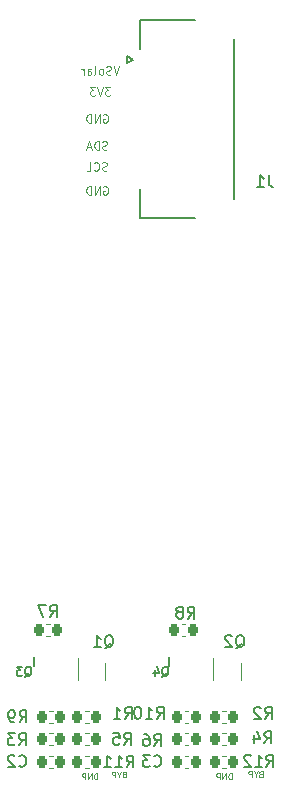
<source format=gbo>
%TF.GenerationSoftware,KiCad,Pcbnew,(6.0.4-0)*%
%TF.CreationDate,2022-05-13T14:17:41-07:00*%
%TF.ProjectId,solar-panel-side-X-plus,736f6c61-722d-4706-916e-656c2d736964,rev?*%
%TF.SameCoordinates,Original*%
%TF.FileFunction,Legend,Bot*%
%TF.FilePolarity,Positive*%
%FSLAX46Y46*%
G04 Gerber Fmt 4.6, Leading zero omitted, Abs format (unit mm)*
G04 Created by KiCad (PCBNEW (6.0.4-0)) date 2022-05-13 14:17:41*
%MOMM*%
%LPD*%
G01*
G04 APERTURE LIST*
G04 Aperture macros list*
%AMRoundRect*
0 Rectangle with rounded corners*
0 $1 Rounding radius*
0 $2 $3 $4 $5 $6 $7 $8 $9 X,Y pos of 4 corners*
0 Add a 4 corners polygon primitive as box body*
4,1,4,$2,$3,$4,$5,$6,$7,$8,$9,$2,$3,0*
0 Add four circle primitives for the rounded corners*
1,1,$1+$1,$2,$3*
1,1,$1+$1,$4,$5*
1,1,$1+$1,$6,$7*
1,1,$1+$1,$8,$9*
0 Add four rect primitives between the rounded corners*
20,1,$1+$1,$2,$3,$4,$5,0*
20,1,$1+$1,$4,$5,$6,$7,0*
20,1,$1+$1,$6,$7,$8,$9,0*
20,1,$1+$1,$8,$9,$2,$3,0*%
G04 Aperture macros list end*
%ADD10C,0.100000*%
%ADD11C,0.150000*%
%ADD12C,0.127000*%
%ADD13C,0.120000*%
%ADD14C,0.200000*%
%ADD15C,0.010000*%
%ADD16C,3.000000*%
%ADD17C,3.800000*%
%ADD18C,2.600000*%
%ADD19RoundRect,0.218750X-0.218750X-0.256250X0.218750X-0.256250X0.218750X0.256250X-0.218750X0.256250X0*%
%ADD20R,0.400000X0.650000*%
%ADD21RoundRect,0.218750X0.218750X0.256250X-0.218750X0.256250X-0.218750X-0.256250X0.218750X-0.256250X0*%
%ADD22R,0.400000X0.600000*%
G04 APERTURE END LIST*
D10*
X117373333Y-65690000D02*
X117440000Y-65656666D01*
X117540000Y-65656666D01*
X117640000Y-65690000D01*
X117706666Y-65756666D01*
X117740000Y-65823333D01*
X117773333Y-65956666D01*
X117773333Y-66056666D01*
X117740000Y-66190000D01*
X117706666Y-66256666D01*
X117640000Y-66323333D01*
X117540000Y-66356666D01*
X117473333Y-66356666D01*
X117373333Y-66323333D01*
X117340000Y-66290000D01*
X117340000Y-66056666D01*
X117473333Y-66056666D01*
X117040000Y-66356666D02*
X117040000Y-65656666D01*
X116640000Y-66356666D01*
X116640000Y-65656666D01*
X116306666Y-66356666D02*
X116306666Y-65656666D01*
X116140000Y-65656666D01*
X116040000Y-65690000D01*
X115973333Y-65756666D01*
X115940000Y-65823333D01*
X115906666Y-65956666D01*
X115906666Y-66056666D01*
X115940000Y-66190000D01*
X115973333Y-66256666D01*
X116040000Y-66323333D01*
X116140000Y-66356666D01*
X116306666Y-66356666D01*
X117690000Y-62513333D02*
X117590000Y-62546666D01*
X117423333Y-62546666D01*
X117356666Y-62513333D01*
X117323333Y-62480000D01*
X117290000Y-62413333D01*
X117290000Y-62346666D01*
X117323333Y-62280000D01*
X117356666Y-62246666D01*
X117423333Y-62213333D01*
X117556666Y-62180000D01*
X117623333Y-62146666D01*
X117656666Y-62113333D01*
X117690000Y-62046666D01*
X117690000Y-61980000D01*
X117656666Y-61913333D01*
X117623333Y-61880000D01*
X117556666Y-61846666D01*
X117390000Y-61846666D01*
X117290000Y-61880000D01*
X116990000Y-62546666D02*
X116990000Y-61846666D01*
X116823333Y-61846666D01*
X116723333Y-61880000D01*
X116656666Y-61946666D01*
X116623333Y-62013333D01*
X116590000Y-62146666D01*
X116590000Y-62246666D01*
X116623333Y-62380000D01*
X116656666Y-62446666D01*
X116723333Y-62513333D01*
X116823333Y-62546666D01*
X116990000Y-62546666D01*
X116323333Y-62346666D02*
X115990000Y-62346666D01*
X116390000Y-62546666D02*
X116156666Y-61846666D01*
X115923333Y-62546666D01*
X116868847Y-115871700D02*
X116868847Y-115371700D01*
X116749799Y-115371700D01*
X116678370Y-115395510D01*
X116630751Y-115443129D01*
X116606942Y-115490748D01*
X116583132Y-115585986D01*
X116583132Y-115657414D01*
X116606942Y-115752652D01*
X116630751Y-115800271D01*
X116678370Y-115847890D01*
X116749799Y-115871700D01*
X116868847Y-115871700D01*
X116368847Y-115871700D02*
X116368847Y-115371700D01*
X116083132Y-115871700D01*
X116083132Y-115371700D01*
X115845037Y-115871700D02*
X115845037Y-115371700D01*
X115654561Y-115371700D01*
X115606942Y-115395510D01*
X115583132Y-115419319D01*
X115559323Y-115466938D01*
X115559323Y-115538367D01*
X115583132Y-115585986D01*
X115606942Y-115609795D01*
X115654561Y-115633605D01*
X115845037Y-115633605D01*
X117373333Y-59594000D02*
X117440000Y-59560666D01*
X117540000Y-59560666D01*
X117640000Y-59594000D01*
X117706666Y-59660666D01*
X117740000Y-59727333D01*
X117773333Y-59860666D01*
X117773333Y-59960666D01*
X117740000Y-60094000D01*
X117706666Y-60160666D01*
X117640000Y-60227333D01*
X117540000Y-60260666D01*
X117473333Y-60260666D01*
X117373333Y-60227333D01*
X117340000Y-60194000D01*
X117340000Y-59960666D01*
X117473333Y-59960666D01*
X117040000Y-60260666D02*
X117040000Y-59560666D01*
X116640000Y-60260666D01*
X116640000Y-59560666D01*
X116306666Y-60260666D02*
X116306666Y-59560666D01*
X116140000Y-59560666D01*
X116040000Y-59594000D01*
X115973333Y-59660666D01*
X115940000Y-59727333D01*
X115906666Y-59860666D01*
X115906666Y-59960666D01*
X115940000Y-60094000D01*
X115973333Y-60160666D01*
X116040000Y-60227333D01*
X116140000Y-60260666D01*
X116306666Y-60260666D01*
X130681061Y-115423795D02*
X130609632Y-115447605D01*
X130585823Y-115471414D01*
X130562013Y-115519033D01*
X130562013Y-115590462D01*
X130585823Y-115638081D01*
X130609632Y-115661890D01*
X130657251Y-115685700D01*
X130847728Y-115685700D01*
X130847728Y-115185700D01*
X130681061Y-115185700D01*
X130633442Y-115209510D01*
X130609632Y-115233319D01*
X130585823Y-115280938D01*
X130585823Y-115328557D01*
X130609632Y-115376176D01*
X130633442Y-115399986D01*
X130681061Y-115423795D01*
X130847728Y-115423795D01*
X130252490Y-115447605D02*
X130252490Y-115685700D01*
X130419156Y-115185700D02*
X130252490Y-115447605D01*
X130085823Y-115185700D01*
X129919156Y-115685700D02*
X129919156Y-115185700D01*
X129728680Y-115185700D01*
X129681061Y-115209510D01*
X129657251Y-115233319D01*
X129633442Y-115280938D01*
X129633442Y-115352367D01*
X129657251Y-115399986D01*
X129681061Y-115423795D01*
X129728680Y-115447605D01*
X129919156Y-115447605D01*
X117673333Y-64291333D02*
X117573333Y-64324666D01*
X117406666Y-64324666D01*
X117340000Y-64291333D01*
X117306666Y-64258000D01*
X117273333Y-64191333D01*
X117273333Y-64124666D01*
X117306666Y-64058000D01*
X117340000Y-64024666D01*
X117406666Y-63991333D01*
X117540000Y-63958000D01*
X117606666Y-63924666D01*
X117640000Y-63891333D01*
X117673333Y-63824666D01*
X117673333Y-63758000D01*
X117640000Y-63691333D01*
X117606666Y-63658000D01*
X117540000Y-63624666D01*
X117373333Y-63624666D01*
X117273333Y-63658000D01*
X116573333Y-64258000D02*
X116606666Y-64291333D01*
X116706666Y-64324666D01*
X116773333Y-64324666D01*
X116873333Y-64291333D01*
X116940000Y-64224666D01*
X116973333Y-64158000D01*
X117006666Y-64024666D01*
X117006666Y-63924666D01*
X116973333Y-63791333D01*
X116940000Y-63724666D01*
X116873333Y-63658000D01*
X116773333Y-63624666D01*
X116706666Y-63624666D01*
X116606666Y-63658000D01*
X116573333Y-63691333D01*
X115940000Y-64324666D02*
X116273333Y-64324666D01*
X116273333Y-63624666D01*
X118694000Y-55496666D02*
X118460666Y-56196666D01*
X118227333Y-55496666D01*
X118027333Y-56163333D02*
X117927333Y-56196666D01*
X117760666Y-56196666D01*
X117694000Y-56163333D01*
X117660666Y-56130000D01*
X117627333Y-56063333D01*
X117627333Y-55996666D01*
X117660666Y-55930000D01*
X117694000Y-55896666D01*
X117760666Y-55863333D01*
X117894000Y-55830000D01*
X117960666Y-55796666D01*
X117994000Y-55763333D01*
X118027333Y-55696666D01*
X118027333Y-55630000D01*
X117994000Y-55563333D01*
X117960666Y-55530000D01*
X117894000Y-55496666D01*
X117727333Y-55496666D01*
X117627333Y-55530000D01*
X117227333Y-56196666D02*
X117294000Y-56163333D01*
X117327333Y-56130000D01*
X117360666Y-56063333D01*
X117360666Y-55863333D01*
X117327333Y-55796666D01*
X117294000Y-55763333D01*
X117227333Y-55730000D01*
X117127333Y-55730000D01*
X117060666Y-55763333D01*
X117027333Y-55796666D01*
X116994000Y-55863333D01*
X116994000Y-56063333D01*
X117027333Y-56130000D01*
X117060666Y-56163333D01*
X117127333Y-56196666D01*
X117227333Y-56196666D01*
X116594000Y-56196666D02*
X116660666Y-56163333D01*
X116694000Y-56096666D01*
X116694000Y-55496666D01*
X116027333Y-56196666D02*
X116027333Y-55830000D01*
X116060666Y-55763333D01*
X116127333Y-55730000D01*
X116260666Y-55730000D01*
X116327333Y-55763333D01*
X116027333Y-56163333D02*
X116094000Y-56196666D01*
X116260666Y-56196666D01*
X116327333Y-56163333D01*
X116360666Y-56096666D01*
X116360666Y-56030000D01*
X116327333Y-55963333D01*
X116260666Y-55930000D01*
X116094000Y-55930000D01*
X116027333Y-55896666D01*
X115694000Y-56196666D02*
X115694000Y-55730000D01*
X115694000Y-55863333D02*
X115660666Y-55796666D01*
X115627333Y-55763333D01*
X115560666Y-55730000D01*
X115494000Y-55730000D01*
X128228847Y-115871700D02*
X128228847Y-115371700D01*
X128109799Y-115371700D01*
X128038370Y-115395510D01*
X127990751Y-115443129D01*
X127966942Y-115490748D01*
X127943132Y-115585986D01*
X127943132Y-115657414D01*
X127966942Y-115752652D01*
X127990751Y-115800271D01*
X128038370Y-115847890D01*
X128109799Y-115871700D01*
X128228847Y-115871700D01*
X127728847Y-115871700D02*
X127728847Y-115371700D01*
X127443132Y-115871700D01*
X127443132Y-115371700D01*
X127205037Y-115871700D02*
X127205037Y-115371700D01*
X127014561Y-115371700D01*
X126966942Y-115395510D01*
X126943132Y-115419319D01*
X126919323Y-115466938D01*
X126919323Y-115538367D01*
X126943132Y-115585986D01*
X126966942Y-115609795D01*
X127014561Y-115633605D01*
X127205037Y-115633605D01*
X117960666Y-57274666D02*
X117527333Y-57274666D01*
X117760666Y-57541333D01*
X117660666Y-57541333D01*
X117594000Y-57574666D01*
X117560666Y-57608000D01*
X117527333Y-57674666D01*
X117527333Y-57841333D01*
X117560666Y-57908000D01*
X117594000Y-57941333D01*
X117660666Y-57974666D01*
X117860666Y-57974666D01*
X117927333Y-57941333D01*
X117960666Y-57908000D01*
X117327333Y-57274666D02*
X117094000Y-57974666D01*
X116860666Y-57274666D01*
X116694000Y-57274666D02*
X116260666Y-57274666D01*
X116494000Y-57541333D01*
X116394000Y-57541333D01*
X116327333Y-57574666D01*
X116294000Y-57608000D01*
X116260666Y-57674666D01*
X116260666Y-57841333D01*
X116294000Y-57908000D01*
X116327333Y-57941333D01*
X116394000Y-57974666D01*
X116594000Y-57974666D01*
X116660666Y-57941333D01*
X116694000Y-57908000D01*
X119131061Y-115443795D02*
X119059632Y-115467605D01*
X119035823Y-115491414D01*
X119012013Y-115539033D01*
X119012013Y-115610462D01*
X119035823Y-115658081D01*
X119059632Y-115681890D01*
X119107251Y-115705700D01*
X119297728Y-115705700D01*
X119297728Y-115205700D01*
X119131061Y-115205700D01*
X119083442Y-115229510D01*
X119059632Y-115253319D01*
X119035823Y-115300938D01*
X119035823Y-115348557D01*
X119059632Y-115396176D01*
X119083442Y-115419986D01*
X119131061Y-115443795D01*
X119297728Y-115443795D01*
X118702490Y-115467605D02*
X118702490Y-115705700D01*
X118869156Y-115205700D02*
X118702490Y-115467605D01*
X118535823Y-115205700D01*
X118369156Y-115705700D02*
X118369156Y-115205700D01*
X118178680Y-115205700D01*
X118131061Y-115229510D01*
X118107251Y-115253319D01*
X118083442Y-115300938D01*
X118083442Y-115372367D01*
X118107251Y-115419986D01*
X118131061Y-115443795D01*
X118178680Y-115467605D01*
X118369156Y-115467605D01*
D11*
%TO.C,J1*%
X131378333Y-64721380D02*
X131378333Y-65435666D01*
X131425952Y-65578523D01*
X131521190Y-65673761D01*
X131664047Y-65721380D01*
X131759285Y-65721380D01*
X130378333Y-65721380D02*
X130949761Y-65721380D01*
X130664047Y-65721380D02*
X130664047Y-64721380D01*
X130759285Y-64864238D01*
X130854523Y-64959476D01*
X130949761Y-65007095D01*
%TO.C,R8*%
X124509156Y-102251890D02*
X124842490Y-101775700D01*
X125080585Y-102251890D02*
X125080585Y-101251890D01*
X124699632Y-101251890D01*
X124604394Y-101299510D01*
X124556775Y-101347129D01*
X124509156Y-101442367D01*
X124509156Y-101585224D01*
X124556775Y-101680462D01*
X124604394Y-101728081D01*
X124699632Y-101775700D01*
X125080585Y-101775700D01*
X123937728Y-101680462D02*
X124032966Y-101632843D01*
X124080585Y-101585224D01*
X124128204Y-101489986D01*
X124128204Y-101442367D01*
X124080585Y-101347129D01*
X124032966Y-101299510D01*
X123937728Y-101251890D01*
X123747251Y-101251890D01*
X123652013Y-101299510D01*
X123604394Y-101347129D01*
X123556775Y-101442367D01*
X123556775Y-101489986D01*
X123604394Y-101585224D01*
X123652013Y-101632843D01*
X123747251Y-101680462D01*
X123937728Y-101680462D01*
X124032966Y-101728081D01*
X124080585Y-101775700D01*
X124128204Y-101870938D01*
X124128204Y-102061414D01*
X124080585Y-102156652D01*
X124032966Y-102204271D01*
X123937728Y-102251890D01*
X123747251Y-102251890D01*
X123652013Y-102204271D01*
X123604394Y-102156652D01*
X123556775Y-102061414D01*
X123556775Y-101870938D01*
X123604394Y-101775700D01*
X123652013Y-101728081D01*
X123747251Y-101680462D01*
%TO.C,R6*%
X121656656Y-113049890D02*
X121989990Y-112573700D01*
X122228085Y-113049890D02*
X122228085Y-112049890D01*
X121847132Y-112049890D01*
X121751894Y-112097510D01*
X121704275Y-112145129D01*
X121656656Y-112240367D01*
X121656656Y-112383224D01*
X121704275Y-112478462D01*
X121751894Y-112526081D01*
X121847132Y-112573700D01*
X122228085Y-112573700D01*
X120799513Y-112049890D02*
X120989990Y-112049890D01*
X121085228Y-112097510D01*
X121132847Y-112145129D01*
X121228085Y-112287986D01*
X121275704Y-112478462D01*
X121275704Y-112859414D01*
X121228085Y-112954652D01*
X121180466Y-113002271D01*
X121085228Y-113049890D01*
X120894751Y-113049890D01*
X120799513Y-113002271D01*
X120751894Y-112954652D01*
X120704275Y-112859414D01*
X120704275Y-112621319D01*
X120751894Y-112526081D01*
X120799513Y-112478462D01*
X120894751Y-112430843D01*
X121085228Y-112430843D01*
X121180466Y-112478462D01*
X121228085Y-112526081D01*
X121275704Y-112621319D01*
%TO.C,Q2*%
X128570228Y-104763129D02*
X128665466Y-104715510D01*
X128760704Y-104620271D01*
X128903561Y-104477414D01*
X128998799Y-104429795D01*
X129094037Y-104429795D01*
X129046418Y-104667890D02*
X129141656Y-104620271D01*
X129236894Y-104525033D01*
X129284513Y-104334557D01*
X129284513Y-104001224D01*
X129236894Y-103810748D01*
X129141656Y-103715510D01*
X129046418Y-103667890D01*
X128855942Y-103667890D01*
X128760704Y-103715510D01*
X128665466Y-103810748D01*
X128617847Y-104001224D01*
X128617847Y-104334557D01*
X128665466Y-104525033D01*
X128760704Y-104620271D01*
X128855942Y-104667890D01*
X129046418Y-104667890D01*
X128236894Y-103763129D02*
X128189275Y-103715510D01*
X128094037Y-103667890D01*
X127855942Y-103667890D01*
X127760704Y-103715510D01*
X127713085Y-103763129D01*
X127665466Y-103858367D01*
X127665466Y-103953605D01*
X127713085Y-104096462D01*
X128284513Y-104667890D01*
X127665466Y-104667890D01*
%TO.C,R4*%
X131009156Y-112811890D02*
X131342490Y-112335700D01*
X131580585Y-112811890D02*
X131580585Y-111811890D01*
X131199632Y-111811890D01*
X131104394Y-111859510D01*
X131056775Y-111907129D01*
X131009156Y-112002367D01*
X131009156Y-112145224D01*
X131056775Y-112240462D01*
X131104394Y-112288081D01*
X131199632Y-112335700D01*
X131580585Y-112335700D01*
X130152013Y-112145224D02*
X130152013Y-112811890D01*
X130390109Y-111764271D02*
X130628204Y-112478557D01*
X130009156Y-112478557D01*
%TO.C,R3*%
X110209156Y-112971890D02*
X110542490Y-112495700D01*
X110780585Y-112971890D02*
X110780585Y-111971890D01*
X110399632Y-111971890D01*
X110304394Y-112019510D01*
X110256775Y-112067129D01*
X110209156Y-112162367D01*
X110209156Y-112305224D01*
X110256775Y-112400462D01*
X110304394Y-112448081D01*
X110399632Y-112495700D01*
X110780585Y-112495700D01*
X109875823Y-111971890D02*
X109256775Y-111971890D01*
X109590109Y-112352843D01*
X109447251Y-112352843D01*
X109352013Y-112400462D01*
X109304394Y-112448081D01*
X109256775Y-112543319D01*
X109256775Y-112781414D01*
X109304394Y-112876652D01*
X109352013Y-112924271D01*
X109447251Y-112971890D01*
X109732966Y-112971890D01*
X109828204Y-112924271D01*
X109875823Y-112876652D01*
%TO.C,R10*%
X121895347Y-110731890D02*
X122228680Y-110255700D01*
X122466775Y-110731890D02*
X122466775Y-109731890D01*
X122085823Y-109731890D01*
X121990585Y-109779510D01*
X121942966Y-109827129D01*
X121895347Y-109922367D01*
X121895347Y-110065224D01*
X121942966Y-110160462D01*
X121990585Y-110208081D01*
X122085823Y-110255700D01*
X122466775Y-110255700D01*
X120942966Y-110731890D02*
X121514394Y-110731890D01*
X121228680Y-110731890D02*
X121228680Y-109731890D01*
X121323918Y-109874748D01*
X121419156Y-109969986D01*
X121514394Y-110017605D01*
X120323918Y-109731890D02*
X120228680Y-109731890D01*
X120133442Y-109779510D01*
X120085823Y-109827129D01*
X120038204Y-109922367D01*
X119990585Y-110112843D01*
X119990585Y-110350938D01*
X120038204Y-110541414D01*
X120085823Y-110636652D01*
X120133442Y-110684271D01*
X120228680Y-110731890D01*
X120323918Y-110731890D01*
X120419156Y-110684271D01*
X120466775Y-110636652D01*
X120514394Y-110541414D01*
X120562013Y-110350938D01*
X120562013Y-110112843D01*
X120514394Y-109922367D01*
X120466775Y-109827129D01*
X120419156Y-109779510D01*
X120323918Y-109731890D01*
D12*
%TO.C,Q3*%
X110710561Y-107172795D02*
X110783132Y-107136510D01*
X110855704Y-107063938D01*
X110964561Y-106955081D01*
X111037132Y-106918795D01*
X111109704Y-106918795D01*
X111073418Y-107100224D02*
X111145990Y-107063938D01*
X111218561Y-106991367D01*
X111254847Y-106846224D01*
X111254847Y-106592224D01*
X111218561Y-106447081D01*
X111145990Y-106374510D01*
X111073418Y-106338224D01*
X110928275Y-106338224D01*
X110855704Y-106374510D01*
X110783132Y-106447081D01*
X110746847Y-106592224D01*
X110746847Y-106846224D01*
X110783132Y-106991367D01*
X110855704Y-107063938D01*
X110928275Y-107100224D01*
X111073418Y-107100224D01*
X110492847Y-106338224D02*
X110021132Y-106338224D01*
X110275132Y-106628510D01*
X110166275Y-106628510D01*
X110093704Y-106664795D01*
X110057418Y-106701081D01*
X110021132Y-106773652D01*
X110021132Y-106955081D01*
X110057418Y-107027652D01*
X110093704Y-107063938D01*
X110166275Y-107100224D01*
X110383990Y-107100224D01*
X110456561Y-107063938D01*
X110492847Y-107027652D01*
D11*
%TO.C,R7*%
X112836656Y-102109890D02*
X113169990Y-101633700D01*
X113408085Y-102109890D02*
X113408085Y-101109890D01*
X113027132Y-101109890D01*
X112931894Y-101157510D01*
X112884275Y-101205129D01*
X112836656Y-101300367D01*
X112836656Y-101443224D01*
X112884275Y-101538462D01*
X112931894Y-101586081D01*
X113027132Y-101633700D01*
X113408085Y-101633700D01*
X112503323Y-101109890D02*
X111836656Y-101109890D01*
X112265228Y-102109890D01*
%TO.C,C2*%
X110223156Y-114714652D02*
X110270775Y-114762271D01*
X110413632Y-114809890D01*
X110508870Y-114809890D01*
X110651728Y-114762271D01*
X110746966Y-114667033D01*
X110794585Y-114571795D01*
X110842204Y-114381319D01*
X110842204Y-114238462D01*
X110794585Y-114047986D01*
X110746966Y-113952748D01*
X110651728Y-113857510D01*
X110508870Y-113809890D01*
X110413632Y-113809890D01*
X110270775Y-113857510D01*
X110223156Y-113905129D01*
X109842204Y-113905129D02*
X109794585Y-113857510D01*
X109699347Y-113809890D01*
X109461251Y-113809890D01*
X109366013Y-113857510D01*
X109318394Y-113905129D01*
X109270775Y-114000367D01*
X109270775Y-114095605D01*
X109318394Y-114238462D01*
X109889823Y-114809890D01*
X109270775Y-114809890D01*
%TO.C,R11*%
X119325347Y-114851890D02*
X119658680Y-114375700D01*
X119896775Y-114851890D02*
X119896775Y-113851890D01*
X119515823Y-113851890D01*
X119420585Y-113899510D01*
X119372966Y-113947129D01*
X119325347Y-114042367D01*
X119325347Y-114185224D01*
X119372966Y-114280462D01*
X119420585Y-114328081D01*
X119515823Y-114375700D01*
X119896775Y-114375700D01*
X118372966Y-114851890D02*
X118944394Y-114851890D01*
X118658680Y-114851890D02*
X118658680Y-113851890D01*
X118753918Y-113994748D01*
X118849156Y-114089986D01*
X118944394Y-114137605D01*
X117420585Y-114851890D02*
X117992013Y-114851890D01*
X117706299Y-114851890D02*
X117706299Y-113851890D01*
X117801537Y-113994748D01*
X117896775Y-114089986D01*
X117992013Y-114137605D01*
%TO.C,Q1*%
X117464228Y-104763129D02*
X117559466Y-104715510D01*
X117654704Y-104620271D01*
X117797561Y-104477414D01*
X117892799Y-104429795D01*
X117988037Y-104429795D01*
X117940418Y-104667890D02*
X118035656Y-104620271D01*
X118130894Y-104525033D01*
X118178513Y-104334557D01*
X118178513Y-104001224D01*
X118130894Y-103810748D01*
X118035656Y-103715510D01*
X117940418Y-103667890D01*
X117749942Y-103667890D01*
X117654704Y-103715510D01*
X117559466Y-103810748D01*
X117511847Y-104001224D01*
X117511847Y-104334557D01*
X117559466Y-104525033D01*
X117654704Y-104620271D01*
X117749942Y-104667890D01*
X117940418Y-104667890D01*
X116559466Y-104667890D02*
X117130894Y-104667890D01*
X116845180Y-104667890D02*
X116845180Y-103667890D01*
X116940418Y-103810748D01*
X117035656Y-103905986D01*
X117130894Y-103953605D01*
%TO.C,R1*%
X119186656Y-110763890D02*
X119519990Y-110287700D01*
X119758085Y-110763890D02*
X119758085Y-109763890D01*
X119377132Y-109763890D01*
X119281894Y-109811510D01*
X119234275Y-109859129D01*
X119186656Y-109954367D01*
X119186656Y-110097224D01*
X119234275Y-110192462D01*
X119281894Y-110240081D01*
X119377132Y-110287700D01*
X119758085Y-110287700D01*
X118234275Y-110763890D02*
X118805704Y-110763890D01*
X118519990Y-110763890D02*
X118519990Y-109763890D01*
X118615228Y-109906748D01*
X118710466Y-110001986D01*
X118805704Y-110049605D01*
%TO.C,R5*%
X119129156Y-112921890D02*
X119462490Y-112445700D01*
X119700585Y-112921890D02*
X119700585Y-111921890D01*
X119319632Y-111921890D01*
X119224394Y-111969510D01*
X119176775Y-112017129D01*
X119129156Y-112112367D01*
X119129156Y-112255224D01*
X119176775Y-112350462D01*
X119224394Y-112398081D01*
X119319632Y-112445700D01*
X119700585Y-112445700D01*
X118224394Y-111921890D02*
X118700585Y-111921890D01*
X118748204Y-112398081D01*
X118700585Y-112350462D01*
X118605347Y-112302843D01*
X118367251Y-112302843D01*
X118272013Y-112350462D01*
X118224394Y-112398081D01*
X118176775Y-112493319D01*
X118176775Y-112731414D01*
X118224394Y-112826652D01*
X118272013Y-112874271D01*
X118367251Y-112921890D01*
X118605347Y-112921890D01*
X118700585Y-112874271D01*
X118748204Y-112826652D01*
%TO.C,C3*%
X121656656Y-114732652D02*
X121704275Y-114780271D01*
X121847132Y-114827890D01*
X121942370Y-114827890D01*
X122085228Y-114780271D01*
X122180466Y-114685033D01*
X122228085Y-114589795D01*
X122275704Y-114399319D01*
X122275704Y-114256462D01*
X122228085Y-114065986D01*
X122180466Y-113970748D01*
X122085228Y-113875510D01*
X121942370Y-113827890D01*
X121847132Y-113827890D01*
X121704275Y-113875510D01*
X121656656Y-113923129D01*
X121323323Y-113827890D02*
X120704275Y-113827890D01*
X121037609Y-114208843D01*
X120894751Y-114208843D01*
X120799513Y-114256462D01*
X120751894Y-114304081D01*
X120704275Y-114399319D01*
X120704275Y-114637414D01*
X120751894Y-114732652D01*
X120799513Y-114780271D01*
X120894751Y-114827890D01*
X121180466Y-114827890D01*
X121275704Y-114780271D01*
X121323323Y-114732652D01*
D12*
%TO.C,Q4*%
X122324561Y-107172795D02*
X122397132Y-107136510D01*
X122469704Y-107063938D01*
X122578561Y-106955081D01*
X122651132Y-106918795D01*
X122723704Y-106918795D01*
X122687418Y-107100224D02*
X122759990Y-107063938D01*
X122832561Y-106991367D01*
X122868847Y-106846224D01*
X122868847Y-106592224D01*
X122832561Y-106447081D01*
X122759990Y-106374510D01*
X122687418Y-106338224D01*
X122542275Y-106338224D01*
X122469704Y-106374510D01*
X122397132Y-106447081D01*
X122360847Y-106592224D01*
X122360847Y-106846224D01*
X122397132Y-106991367D01*
X122469704Y-107063938D01*
X122542275Y-107100224D01*
X122687418Y-107100224D01*
X121707704Y-106592224D02*
X121707704Y-107100224D01*
X121889132Y-106301938D02*
X122070561Y-106846224D01*
X121598847Y-106846224D01*
D11*
%TO.C,R2*%
X131054656Y-110763890D02*
X131387990Y-110287700D01*
X131626085Y-110763890D02*
X131626085Y-109763890D01*
X131245132Y-109763890D01*
X131149894Y-109811510D01*
X131102275Y-109859129D01*
X131054656Y-109954367D01*
X131054656Y-110097224D01*
X131102275Y-110192462D01*
X131149894Y-110240081D01*
X131245132Y-110287700D01*
X131626085Y-110287700D01*
X130673704Y-109859129D02*
X130626085Y-109811510D01*
X130530847Y-109763890D01*
X130292751Y-109763890D01*
X130197513Y-109811510D01*
X130149894Y-109859129D01*
X130102275Y-109954367D01*
X130102275Y-110049605D01*
X130149894Y-110192462D01*
X130721323Y-110763890D01*
X130102275Y-110763890D01*
%TO.C,R12*%
X131175347Y-114791890D02*
X131508680Y-114315700D01*
X131746775Y-114791890D02*
X131746775Y-113791890D01*
X131365823Y-113791890D01*
X131270585Y-113839510D01*
X131222966Y-113887129D01*
X131175347Y-113982367D01*
X131175347Y-114125224D01*
X131222966Y-114220462D01*
X131270585Y-114268081D01*
X131365823Y-114315700D01*
X131746775Y-114315700D01*
X130222966Y-114791890D02*
X130794394Y-114791890D01*
X130508680Y-114791890D02*
X130508680Y-113791890D01*
X130603918Y-113934748D01*
X130699156Y-114029986D01*
X130794394Y-114077605D01*
X129842013Y-113887129D02*
X129794394Y-113839510D01*
X129699156Y-113791890D01*
X129461061Y-113791890D01*
X129365823Y-113839510D01*
X129318204Y-113887129D01*
X129270585Y-113982367D01*
X129270585Y-114077605D01*
X129318204Y-114220462D01*
X129889632Y-114791890D01*
X129270585Y-114791890D01*
%TO.C,R9*%
X110269156Y-111031890D02*
X110602490Y-110555700D01*
X110840585Y-111031890D02*
X110840585Y-110031890D01*
X110459632Y-110031890D01*
X110364394Y-110079510D01*
X110316775Y-110127129D01*
X110269156Y-110222367D01*
X110269156Y-110365224D01*
X110316775Y-110460462D01*
X110364394Y-110508081D01*
X110459632Y-110555700D01*
X110840585Y-110555700D01*
X109792966Y-111031890D02*
X109602490Y-111031890D01*
X109507251Y-110984271D01*
X109459632Y-110936652D01*
X109364394Y-110793795D01*
X109316775Y-110603319D01*
X109316775Y-110222367D01*
X109364394Y-110127129D01*
X109412013Y-110079510D01*
X109507251Y-110031890D01*
X109697728Y-110031890D01*
X109792966Y-110079510D01*
X109840585Y-110127129D01*
X109888204Y-110222367D01*
X109888204Y-110460462D01*
X109840585Y-110555700D01*
X109792966Y-110603319D01*
X109697728Y-110650938D01*
X109507251Y-110650938D01*
X109412013Y-110603319D01*
X109364394Y-110555700D01*
X109316775Y-110460462D01*
D12*
%TO.C,J1*%
X120485000Y-68319000D02*
X125110000Y-68319000D01*
X119840000Y-54944000D02*
X119340000Y-54644000D01*
X119340000Y-55244000D02*
X119840000Y-54944000D01*
X119340000Y-54644000D02*
X119340000Y-55244000D01*
X120485000Y-65844000D02*
X120485000Y-68319000D01*
X128435000Y-53144000D02*
X128435000Y-66744000D01*
X120485000Y-51569000D02*
X120485000Y-54044000D01*
X125110000Y-51569000D02*
X120485000Y-51569000D01*
D13*
%TO.C,R8*%
X124318769Y-102689510D02*
X123993211Y-102689510D01*
X124318769Y-103709510D02*
X123993211Y-103709510D01*
%TO.C,R6*%
X124572769Y-111952510D02*
X124247211Y-111952510D01*
X124572769Y-112972510D02*
X124247211Y-112972510D01*
%TO.C,Q2*%
X126663990Y-107455510D02*
X126663990Y-105555510D01*
X128983990Y-106055510D02*
X128983990Y-107455510D01*
%TO.C,R4*%
X127732769Y-112972510D02*
X127407211Y-112972510D01*
X127732769Y-111952510D02*
X127407211Y-111952510D01*
%TO.C,R3*%
X116109269Y-111952510D02*
X115783711Y-111952510D01*
X116109269Y-112972510D02*
X115783711Y-112972510D01*
%TO.C,R10*%
X124247211Y-111067510D02*
X124572769Y-111067510D01*
X124247211Y-110047510D02*
X124572769Y-110047510D01*
D14*
%TO.C,Q3*%
X111469990Y-105515510D02*
X111469990Y-106255510D01*
D13*
%TO.C,R7*%
X112832769Y-102689510D02*
X112507211Y-102689510D01*
X112832769Y-103709510D02*
X112507211Y-103709510D01*
%TO.C,C2*%
X112761211Y-114877510D02*
X113086769Y-114877510D01*
X112761211Y-113857510D02*
X113086769Y-113857510D01*
%TO.C,R11*%
X116109269Y-113857510D02*
X115783711Y-113857510D01*
X116109269Y-114877510D02*
X115783711Y-114877510D01*
%TO.C,Q1*%
X115177990Y-107455510D02*
X115177990Y-105555510D01*
X117497990Y-106055510D02*
X117497990Y-107455510D01*
%TO.C,R1*%
X115783711Y-110047510D02*
X116109269Y-110047510D01*
X115783711Y-111067510D02*
X116109269Y-111067510D01*
%TO.C,R5*%
X112761211Y-112972510D02*
X113086769Y-112972510D01*
X112761211Y-111952510D02*
X113086769Y-111952510D01*
%TO.C,C3*%
X124247211Y-114877510D02*
X124572769Y-114877510D01*
X124247211Y-113857510D02*
X124572769Y-113857510D01*
D14*
%TO.C,Q4*%
X122955990Y-105515510D02*
X122955990Y-106255510D01*
D13*
%TO.C,R2*%
X127407211Y-111067510D02*
X127732769Y-111067510D01*
X127407211Y-110047510D02*
X127732769Y-110047510D01*
%TO.C,R12*%
X127732769Y-114877510D02*
X127407211Y-114877510D01*
X127732769Y-113857510D02*
X127407211Y-113857510D01*
%TO.C,R9*%
X112761211Y-111067510D02*
X113086769Y-111067510D01*
X112761211Y-110047510D02*
X113086769Y-110047510D01*
%TD*%
%LPC*%
%TO.C,J1*%
G36*
X128411200Y-68590200D02*
G01*
X125358800Y-68590200D01*
X125358800Y-67087800D01*
X128411200Y-67087800D01*
X128411200Y-68590200D01*
G37*
D15*
X128411200Y-68590200D02*
X125358800Y-68590200D01*
X125358800Y-67087800D01*
X128411200Y-67087800D01*
X128411200Y-68590200D01*
G36*
X121711200Y-63570200D02*
G01*
X120108800Y-63570200D01*
X120108800Y-62317800D01*
X121711200Y-62317800D01*
X121711200Y-63570200D01*
G37*
X121711200Y-63570200D02*
X120108800Y-63570200D01*
X120108800Y-62317800D01*
X121711200Y-62317800D01*
X121711200Y-63570200D01*
G36*
X121711200Y-55570200D02*
G01*
X120108800Y-55570200D01*
X120108800Y-54317800D01*
X121711200Y-54317800D01*
X121711200Y-55570200D01*
G37*
X121711200Y-55570200D02*
X120108800Y-55570200D01*
X120108800Y-54317800D01*
X121711200Y-54317800D01*
X121711200Y-55570200D01*
G36*
X121711200Y-61570200D02*
G01*
X120108800Y-61570200D01*
X120108800Y-60317800D01*
X121711200Y-60317800D01*
X121711200Y-61570200D01*
G37*
X121711200Y-61570200D02*
X120108800Y-61570200D01*
X120108800Y-60317800D01*
X121711200Y-60317800D01*
X121711200Y-61570200D01*
G36*
X128411200Y-52800200D02*
G01*
X125358800Y-52800200D01*
X125358800Y-51297800D01*
X128411200Y-51297800D01*
X128411200Y-52800200D01*
G37*
X128411200Y-52800200D02*
X125358800Y-52800200D01*
X125358800Y-51297800D01*
X128411200Y-51297800D01*
X128411200Y-52800200D01*
G36*
X121711200Y-59570200D02*
G01*
X120108800Y-59570200D01*
X120108800Y-58317800D01*
X121711200Y-58317800D01*
X121711200Y-59570200D01*
G37*
X121711200Y-59570200D02*
X120108800Y-59570200D01*
X120108800Y-58317800D01*
X121711200Y-58317800D01*
X121711200Y-59570200D01*
G36*
X121711200Y-65570200D02*
G01*
X120108800Y-65570200D01*
X120108800Y-64317800D01*
X121711200Y-64317800D01*
X121711200Y-65570200D01*
G37*
X121711200Y-65570200D02*
X120108800Y-65570200D01*
X120108800Y-64317800D01*
X121711200Y-64317800D01*
X121711200Y-65570200D01*
G36*
X121711200Y-57570200D02*
G01*
X120108800Y-57570200D01*
X120108800Y-56317800D01*
X121711200Y-56317800D01*
X121711200Y-57570200D01*
G37*
X121711200Y-57570200D02*
X120108800Y-57570200D01*
X120108800Y-56317800D01*
X121711200Y-56317800D01*
X121711200Y-57570200D01*
%TD*%
D16*
%TO.C,SC6*%
X143464000Y-67908000D03*
X143464000Y-58908000D03*
%TD*%
%TO.C,SC5*%
X143464000Y-90260000D03*
X143464000Y-81260000D03*
%TD*%
D17*
%TO.C,H1*%
X176900000Y-94810000D03*
D18*
X176900000Y-94810000D03*
%TD*%
D17*
%TO.C,H2*%
X176900000Y-47810000D03*
D18*
X176900000Y-47810000D03*
%TD*%
D17*
%TO.C,H3*%
X138400000Y-47810000D03*
D18*
X138400000Y-47810000D03*
%TD*%
D17*
%TO.C,H4*%
X99900000Y-47810000D03*
D18*
X99900000Y-47810000D03*
%TD*%
D17*
%TO.C,H5*%
X99900000Y-94810000D03*
D18*
X99900000Y-94810000D03*
%TD*%
%TO.C,H6*%
X99900000Y-141810000D03*
D17*
X99900000Y-141810000D03*
%TD*%
D18*
%TO.C,H7*%
X138400000Y-141810000D03*
D17*
X138400000Y-141810000D03*
%TD*%
D18*
%TO.C,H8*%
X176900000Y-141810000D03*
D17*
X176900000Y-141810000D03*
%TD*%
D16*
%TO.C,SC1*%
X133904000Y-58908000D03*
X133904000Y-67908000D03*
%TD*%
%TO.C,SC2*%
X133904000Y-81260000D03*
X133904000Y-90260000D03*
%TD*%
%TO.C,SC3*%
X133904000Y-103612000D03*
X133904000Y-112612000D03*
%TD*%
%TO.C,SC4*%
X143500000Y-112612000D03*
X143500000Y-103612000D03*
%TD*%
D19*
%TO.C,R8*%
X124943490Y-103199510D03*
X123368490Y-103199510D03*
%TD*%
%TO.C,R6*%
X125197490Y-112462510D03*
X123622490Y-112462510D03*
%TD*%
D20*
%TO.C,Q2*%
X127173990Y-105805510D03*
X127823990Y-105805510D03*
X128473990Y-105805510D03*
X128473990Y-107705510D03*
X127823990Y-107705510D03*
X127173990Y-107705510D03*
%TD*%
D19*
%TO.C,R4*%
X128357490Y-112462510D03*
X126782490Y-112462510D03*
%TD*%
%TO.C,R3*%
X116733990Y-112462510D03*
X115158990Y-112462510D03*
%TD*%
D21*
%TO.C,R10*%
X123622490Y-110557510D03*
X125197490Y-110557510D03*
%TD*%
D22*
%TO.C,Q3*%
X112019990Y-105805510D03*
X112669990Y-105805510D03*
X113319990Y-105805510D03*
X113319990Y-107705510D03*
X112669990Y-107705510D03*
X112019990Y-107705510D03*
%TD*%
D19*
%TO.C,R7*%
X113457490Y-103199510D03*
X111882490Y-103199510D03*
%TD*%
D21*
%TO.C,C2*%
X112136490Y-114367510D03*
X113711490Y-114367510D03*
%TD*%
D19*
%TO.C,R11*%
X116733990Y-114367510D03*
X115158990Y-114367510D03*
%TD*%
D20*
%TO.C,Q1*%
X115687990Y-105805510D03*
X116337990Y-105805510D03*
X116987990Y-105805510D03*
X116987990Y-107705510D03*
X116337990Y-107705510D03*
X115687990Y-107705510D03*
%TD*%
D21*
%TO.C,R1*%
X115158990Y-110557510D03*
X116733990Y-110557510D03*
%TD*%
%TO.C,R5*%
X112136490Y-112462510D03*
X113711490Y-112462510D03*
%TD*%
%TO.C,C3*%
X123622490Y-114367510D03*
X125197490Y-114367510D03*
%TD*%
D22*
%TO.C,Q4*%
X123505990Y-105805510D03*
X124155990Y-105805510D03*
X124805990Y-105805510D03*
X124805990Y-107705510D03*
X124155990Y-107705510D03*
X123505990Y-107705510D03*
%TD*%
D21*
%TO.C,R2*%
X126782490Y-110557510D03*
X128357490Y-110557510D03*
%TD*%
D19*
%TO.C,R12*%
X128357490Y-114367510D03*
X126782490Y-114367510D03*
%TD*%
%TO.C,R9*%
X112136490Y-110557510D03*
X113711490Y-110557510D03*
%TD*%
M02*

</source>
